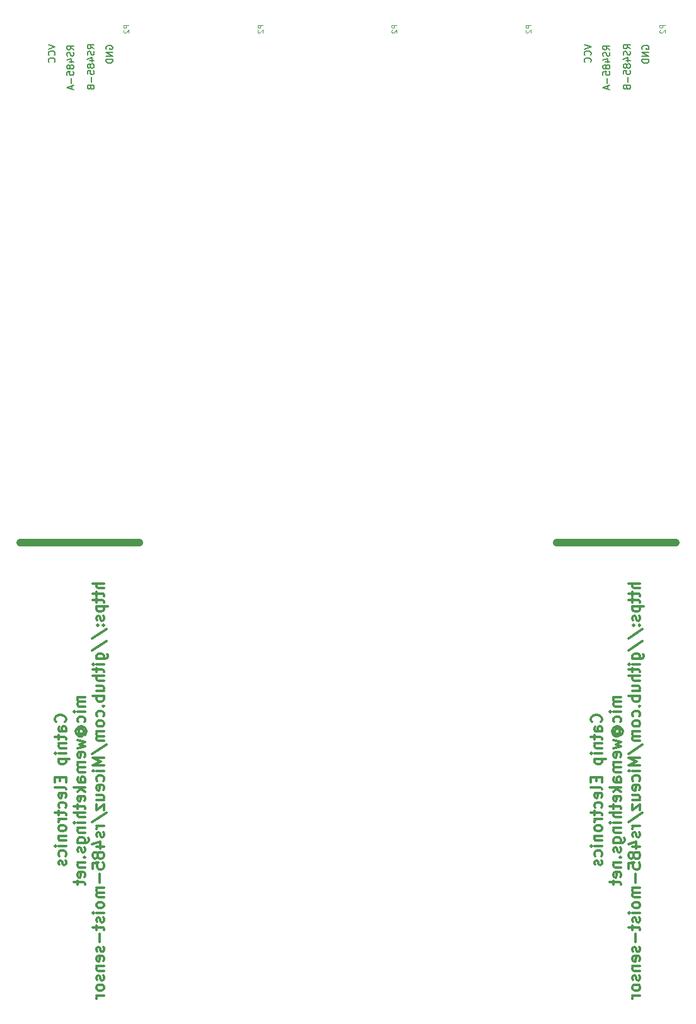
<source format=gbr>
G04 #@! TF.GenerationSoftware,KiCad,Pcbnew,no-vcs-found-50716c9~58~ubuntu16.04.1*
G04 #@! TF.CreationDate,2017-04-25T21:12:15+03:00*
G04 #@! TF.ProjectId,rs485-moist-sensor-pannel,72733438352D6D6F6973742D73656E73,rev?*
G04 #@! TF.FileFunction,Legend,Bot*
G04 #@! TF.FilePolarity,Positive*
%FSLAX46Y46*%
G04 Gerber Fmt 4.6, Leading zero omitted, Abs format (unit mm)*
G04 Created by KiCad (PCBNEW no-vcs-found-50716c9~58~ubuntu16.04.1) date Tue Apr 25 21:12:15 2017*
%MOMM*%
%LPD*%
G01*
G04 APERTURE LIST*
%ADD10C,0.100000*%
%ADD11C,0.200000*%
%ADD12C,0.300000*%
%ADD13C,1.000000*%
%ADD14C,0.110000*%
%ADD15C,2.500000*%
%ADD16R,1.727200X1.727200*%
%ADD17C,1.727200*%
%ADD18O,1.500000X2.500000*%
%ADD19R,1.500000X2.500000*%
G04 APERTURE END LIST*
D10*
D11*
X96907142Y-24755714D02*
X96478571Y-24455714D01*
X96907142Y-24241428D02*
X96007142Y-24241428D01*
X96007142Y-24584285D01*
X96050000Y-24670000D01*
X96092857Y-24712857D01*
X96178571Y-24755714D01*
X96307142Y-24755714D01*
X96392857Y-24712857D01*
X96435714Y-24670000D01*
X96478571Y-24584285D01*
X96478571Y-24241428D01*
X96864285Y-25098571D02*
X96907142Y-25227142D01*
X96907142Y-25441428D01*
X96864285Y-25527142D01*
X96821428Y-25570000D01*
X96735714Y-25612857D01*
X96650000Y-25612857D01*
X96564285Y-25570000D01*
X96521428Y-25527142D01*
X96478571Y-25441428D01*
X96435714Y-25270000D01*
X96392857Y-25184285D01*
X96350000Y-25141428D01*
X96264285Y-25098571D01*
X96178571Y-25098571D01*
X96092857Y-25141428D01*
X96050000Y-25184285D01*
X96007142Y-25270000D01*
X96007142Y-25484285D01*
X96050000Y-25612857D01*
X96307142Y-26384285D02*
X96907142Y-26384285D01*
X95964285Y-26170000D02*
X96607142Y-25955714D01*
X96607142Y-26512857D01*
X96392857Y-26984285D02*
X96350000Y-26898571D01*
X96307142Y-26855714D01*
X96221428Y-26812857D01*
X96178571Y-26812857D01*
X96092857Y-26855714D01*
X96050000Y-26898571D01*
X96007142Y-26984285D01*
X96007142Y-27155714D01*
X96050000Y-27241428D01*
X96092857Y-27284285D01*
X96178571Y-27327142D01*
X96221428Y-27327142D01*
X96307142Y-27284285D01*
X96350000Y-27241428D01*
X96392857Y-27155714D01*
X96392857Y-26984285D01*
X96435714Y-26898571D01*
X96478571Y-26855714D01*
X96564285Y-26812857D01*
X96735714Y-26812857D01*
X96821428Y-26855714D01*
X96864285Y-26898571D01*
X96907142Y-26984285D01*
X96907142Y-27155714D01*
X96864285Y-27241428D01*
X96821428Y-27284285D01*
X96735714Y-27327142D01*
X96564285Y-27327142D01*
X96478571Y-27284285D01*
X96435714Y-27241428D01*
X96392857Y-27155714D01*
X96007142Y-28141428D02*
X96007142Y-27712857D01*
X96435714Y-27670000D01*
X96392857Y-27712857D01*
X96350000Y-27798571D01*
X96350000Y-28012857D01*
X96392857Y-28098571D01*
X96435714Y-28141428D01*
X96521428Y-28184285D01*
X96735714Y-28184285D01*
X96821428Y-28141428D01*
X96864285Y-28098571D01*
X96907142Y-28012857D01*
X96907142Y-27798571D01*
X96864285Y-27712857D01*
X96821428Y-27670000D01*
X96564285Y-28570000D02*
X96564285Y-29255714D01*
X96435714Y-29984285D02*
X96478571Y-30112857D01*
X96521428Y-30155714D01*
X96607142Y-30198571D01*
X96735714Y-30198571D01*
X96821428Y-30155714D01*
X96864285Y-30112857D01*
X96907142Y-30027142D01*
X96907142Y-29684285D01*
X96007142Y-29684285D01*
X96007142Y-29984285D01*
X96050000Y-30070000D01*
X96092857Y-30112857D01*
X96178571Y-30155714D01*
X96264285Y-30155714D01*
X96350000Y-30112857D01*
X96392857Y-30070000D01*
X96435714Y-29984285D01*
X96435714Y-29684285D01*
D12*
X92985714Y-115107142D02*
X93057142Y-115035714D01*
X93128571Y-114821428D01*
X93128571Y-114678571D01*
X93057142Y-114464285D01*
X92914285Y-114321428D01*
X92771428Y-114250000D01*
X92485714Y-114178571D01*
X92271428Y-114178571D01*
X91985714Y-114250000D01*
X91842857Y-114321428D01*
X91700000Y-114464285D01*
X91628571Y-114678571D01*
X91628571Y-114821428D01*
X91700000Y-115035714D01*
X91771428Y-115107142D01*
X93128571Y-116392857D02*
X92342857Y-116392857D01*
X92200000Y-116321428D01*
X92128571Y-116178571D01*
X92128571Y-115892857D01*
X92200000Y-115750000D01*
X93057142Y-116392857D02*
X93128571Y-116250000D01*
X93128571Y-115892857D01*
X93057142Y-115750000D01*
X92914285Y-115678571D01*
X92771428Y-115678571D01*
X92628571Y-115750000D01*
X92557142Y-115892857D01*
X92557142Y-116250000D01*
X92485714Y-116392857D01*
X92128571Y-116892857D02*
X92128571Y-117464285D01*
X91628571Y-117107142D02*
X92914285Y-117107142D01*
X93057142Y-117178571D01*
X93128571Y-117321428D01*
X93128571Y-117464285D01*
X92128571Y-117964285D02*
X93128571Y-117964285D01*
X92271428Y-117964285D02*
X92200000Y-118035714D01*
X92128571Y-118178571D01*
X92128571Y-118392857D01*
X92200000Y-118535714D01*
X92342857Y-118607142D01*
X93128571Y-118607142D01*
X93128571Y-119321428D02*
X92128571Y-119321428D01*
X91628571Y-119321428D02*
X91700000Y-119250000D01*
X91771428Y-119321428D01*
X91700000Y-119392857D01*
X91628571Y-119321428D01*
X91771428Y-119321428D01*
X92128571Y-120035714D02*
X93628571Y-120035714D01*
X92200000Y-120035714D02*
X92128571Y-120178571D01*
X92128571Y-120464285D01*
X92200000Y-120607142D01*
X92271428Y-120678571D01*
X92414285Y-120750000D01*
X92842857Y-120750000D01*
X92985714Y-120678571D01*
X93057142Y-120607142D01*
X93128571Y-120464285D01*
X93128571Y-120178571D01*
X93057142Y-120035714D01*
X92342857Y-122535714D02*
X92342857Y-123035714D01*
X93128571Y-123250000D02*
X93128571Y-122535714D01*
X91628571Y-122535714D01*
X91628571Y-123250000D01*
X93128571Y-124107142D02*
X93057142Y-123964285D01*
X92914285Y-123892857D01*
X91628571Y-123892857D01*
X93057142Y-125250000D02*
X93128571Y-125107142D01*
X93128571Y-124821428D01*
X93057142Y-124678571D01*
X92914285Y-124607142D01*
X92342857Y-124607142D01*
X92200000Y-124678571D01*
X92128571Y-124821428D01*
X92128571Y-125107142D01*
X92200000Y-125250000D01*
X92342857Y-125321428D01*
X92485714Y-125321428D01*
X92628571Y-124607142D01*
X93057142Y-126607142D02*
X93128571Y-126464285D01*
X93128571Y-126178571D01*
X93057142Y-126035714D01*
X92985714Y-125964285D01*
X92842857Y-125892857D01*
X92414285Y-125892857D01*
X92271428Y-125964285D01*
X92200000Y-126035714D01*
X92128571Y-126178571D01*
X92128571Y-126464285D01*
X92200000Y-126607142D01*
X92128571Y-127035714D02*
X92128571Y-127607142D01*
X91628571Y-127250000D02*
X92914285Y-127250000D01*
X93057142Y-127321428D01*
X93128571Y-127464285D01*
X93128571Y-127607142D01*
X93128571Y-128107142D02*
X92128571Y-128107142D01*
X92414285Y-128107142D02*
X92271428Y-128178571D01*
X92200000Y-128250000D01*
X92128571Y-128392857D01*
X92128571Y-128535714D01*
X93128571Y-129250000D02*
X93057142Y-129107142D01*
X92985714Y-129035714D01*
X92842857Y-128964285D01*
X92414285Y-128964285D01*
X92271428Y-129035714D01*
X92200000Y-129107142D01*
X92128571Y-129250000D01*
X92128571Y-129464285D01*
X92200000Y-129607142D01*
X92271428Y-129678571D01*
X92414285Y-129750000D01*
X92842857Y-129750000D01*
X92985714Y-129678571D01*
X93057142Y-129607142D01*
X93128571Y-129464285D01*
X93128571Y-129250000D01*
X92128571Y-130392857D02*
X93128571Y-130392857D01*
X92271428Y-130392857D02*
X92200000Y-130464285D01*
X92128571Y-130607142D01*
X92128571Y-130821428D01*
X92200000Y-130964285D01*
X92342857Y-131035714D01*
X93128571Y-131035714D01*
X93128571Y-131750000D02*
X92128571Y-131750000D01*
X91628571Y-131750000D02*
X91700000Y-131678571D01*
X91771428Y-131750000D01*
X91700000Y-131821428D01*
X91628571Y-131750000D01*
X91771428Y-131750000D01*
X93057142Y-133107142D02*
X93128571Y-132964285D01*
X93128571Y-132678571D01*
X93057142Y-132535714D01*
X92985714Y-132464285D01*
X92842857Y-132392857D01*
X92414285Y-132392857D01*
X92271428Y-132464285D01*
X92200000Y-132535714D01*
X92128571Y-132678571D01*
X92128571Y-132964285D01*
X92200000Y-133107142D01*
X93057142Y-133678571D02*
X93128571Y-133821428D01*
X93128571Y-134107142D01*
X93057142Y-134250000D01*
X92914285Y-134321428D01*
X92842857Y-134321428D01*
X92700000Y-134250000D01*
X92628571Y-134107142D01*
X92628571Y-133892857D01*
X92557142Y-133750000D01*
X92414285Y-133678571D01*
X92342857Y-133678571D01*
X92200000Y-133750000D01*
X92128571Y-133892857D01*
X92128571Y-134107142D01*
X92200000Y-134250000D01*
X95678571Y-111750000D02*
X94678571Y-111750000D01*
X94821428Y-111750000D02*
X94750000Y-111821428D01*
X94678571Y-111964285D01*
X94678571Y-112178571D01*
X94750000Y-112321428D01*
X94892857Y-112392857D01*
X95678571Y-112392857D01*
X94892857Y-112392857D02*
X94750000Y-112464285D01*
X94678571Y-112607142D01*
X94678571Y-112821428D01*
X94750000Y-112964285D01*
X94892857Y-113035714D01*
X95678571Y-113035714D01*
X95678571Y-113750000D02*
X94678571Y-113750000D01*
X94178571Y-113750000D02*
X94250000Y-113678571D01*
X94321428Y-113750000D01*
X94250000Y-113821428D01*
X94178571Y-113750000D01*
X94321428Y-113750000D01*
X95607142Y-115107142D02*
X95678571Y-114964285D01*
X95678571Y-114678571D01*
X95607142Y-114535714D01*
X95535714Y-114464285D01*
X95392857Y-114392857D01*
X94964285Y-114392857D01*
X94821428Y-114464285D01*
X94750000Y-114535714D01*
X94678571Y-114678571D01*
X94678571Y-114964285D01*
X94750000Y-115107142D01*
X94964285Y-116678571D02*
X94892857Y-116607142D01*
X94821428Y-116464285D01*
X94821428Y-116321428D01*
X94892857Y-116178571D01*
X94964285Y-116107142D01*
X95107142Y-116035714D01*
X95250000Y-116035714D01*
X95392857Y-116107142D01*
X95464285Y-116178571D01*
X95535714Y-116321428D01*
X95535714Y-116464285D01*
X95464285Y-116607142D01*
X95392857Y-116678571D01*
X94821428Y-116678571D02*
X95392857Y-116678571D01*
X95464285Y-116750000D01*
X95464285Y-116821428D01*
X95392857Y-116964285D01*
X95250000Y-117035714D01*
X94892857Y-117035714D01*
X94678571Y-116892857D01*
X94535714Y-116678571D01*
X94464285Y-116392857D01*
X94535714Y-116107142D01*
X94678571Y-115892857D01*
X94892857Y-115750000D01*
X95178571Y-115678571D01*
X95464285Y-115750000D01*
X95678571Y-115892857D01*
X95821428Y-116107142D01*
X95892857Y-116392857D01*
X95821428Y-116678571D01*
X95678571Y-116892857D01*
X94678571Y-117535714D02*
X95678571Y-117821428D01*
X94964285Y-118107142D01*
X95678571Y-118392857D01*
X94678571Y-118678571D01*
X95607142Y-119821428D02*
X95678571Y-119678571D01*
X95678571Y-119392857D01*
X95607142Y-119250000D01*
X95464285Y-119178571D01*
X94892857Y-119178571D01*
X94750000Y-119250000D01*
X94678571Y-119392857D01*
X94678571Y-119678571D01*
X94750000Y-119821428D01*
X94892857Y-119892857D01*
X95035714Y-119892857D01*
X95178571Y-119178571D01*
X95678571Y-120535714D02*
X94678571Y-120535714D01*
X94821428Y-120535714D02*
X94750000Y-120607142D01*
X94678571Y-120750000D01*
X94678571Y-120964285D01*
X94750000Y-121107142D01*
X94892857Y-121178571D01*
X95678571Y-121178571D01*
X94892857Y-121178571D02*
X94750000Y-121250000D01*
X94678571Y-121392857D01*
X94678571Y-121607142D01*
X94750000Y-121750000D01*
X94892857Y-121821428D01*
X95678571Y-121821428D01*
X95678571Y-123178571D02*
X94892857Y-123178571D01*
X94750000Y-123107142D01*
X94678571Y-122964285D01*
X94678571Y-122678571D01*
X94750000Y-122535714D01*
X95607142Y-123178571D02*
X95678571Y-123035714D01*
X95678571Y-122678571D01*
X95607142Y-122535714D01*
X95464285Y-122464285D01*
X95321428Y-122464285D01*
X95178571Y-122535714D01*
X95107142Y-122678571D01*
X95107142Y-123035714D01*
X95035714Y-123178571D01*
X95678571Y-123892857D02*
X94178571Y-123892857D01*
X95107142Y-124035714D02*
X95678571Y-124464285D01*
X94678571Y-124464285D02*
X95250000Y-123892857D01*
X95607142Y-125678571D02*
X95678571Y-125535714D01*
X95678571Y-125250000D01*
X95607142Y-125107142D01*
X95464285Y-125035714D01*
X94892857Y-125035714D01*
X94750000Y-125107142D01*
X94678571Y-125250000D01*
X94678571Y-125535714D01*
X94750000Y-125678571D01*
X94892857Y-125750000D01*
X95035714Y-125750000D01*
X95178571Y-125035714D01*
X94678571Y-126178571D02*
X94678571Y-126750000D01*
X94178571Y-126392857D02*
X95464285Y-126392857D01*
X95607142Y-126464285D01*
X95678571Y-126607142D01*
X95678571Y-126750000D01*
X95678571Y-127250000D02*
X94178571Y-127250000D01*
X95678571Y-127892857D02*
X94892857Y-127892857D01*
X94750000Y-127821428D01*
X94678571Y-127678571D01*
X94678571Y-127464285D01*
X94750000Y-127321428D01*
X94821428Y-127250000D01*
X95678571Y-128607142D02*
X94678571Y-128607142D01*
X94178571Y-128607142D02*
X94250000Y-128535714D01*
X94321428Y-128607142D01*
X94250000Y-128678571D01*
X94178571Y-128607142D01*
X94321428Y-128607142D01*
X94678571Y-129321428D02*
X95678571Y-129321428D01*
X94821428Y-129321428D02*
X94750000Y-129392857D01*
X94678571Y-129535714D01*
X94678571Y-129750000D01*
X94750000Y-129892857D01*
X94892857Y-129964285D01*
X95678571Y-129964285D01*
X94678571Y-131321428D02*
X95892857Y-131321428D01*
X96035714Y-131250000D01*
X96107142Y-131178571D01*
X96178571Y-131035714D01*
X96178571Y-130821428D01*
X96107142Y-130678571D01*
X95607142Y-131321428D02*
X95678571Y-131178571D01*
X95678571Y-130892857D01*
X95607142Y-130750000D01*
X95535714Y-130678571D01*
X95392857Y-130607142D01*
X94964285Y-130607142D01*
X94821428Y-130678571D01*
X94750000Y-130750000D01*
X94678571Y-130892857D01*
X94678571Y-131178571D01*
X94750000Y-131321428D01*
X95607142Y-131964285D02*
X95678571Y-132107142D01*
X95678571Y-132392857D01*
X95607142Y-132535714D01*
X95464285Y-132607142D01*
X95392857Y-132607142D01*
X95250000Y-132535714D01*
X95178571Y-132392857D01*
X95178571Y-132178571D01*
X95107142Y-132035714D01*
X94964285Y-131964285D01*
X94892857Y-131964285D01*
X94750000Y-132035714D01*
X94678571Y-132178571D01*
X94678571Y-132392857D01*
X94750000Y-132535714D01*
X95535714Y-133250000D02*
X95607142Y-133321428D01*
X95678571Y-133250000D01*
X95607142Y-133178571D01*
X95535714Y-133250000D01*
X95678571Y-133250000D01*
X94678571Y-133964285D02*
X95678571Y-133964285D01*
X94821428Y-133964285D02*
X94750000Y-134035714D01*
X94678571Y-134178571D01*
X94678571Y-134392857D01*
X94750000Y-134535714D01*
X94892857Y-134607142D01*
X95678571Y-134607142D01*
X95607142Y-135892857D02*
X95678571Y-135750000D01*
X95678571Y-135464285D01*
X95607142Y-135321428D01*
X95464285Y-135250000D01*
X94892857Y-135250000D01*
X94750000Y-135321428D01*
X94678571Y-135464285D01*
X94678571Y-135750000D01*
X94750000Y-135892857D01*
X94892857Y-135964285D01*
X95035714Y-135964285D01*
X95178571Y-135250000D01*
X94678571Y-136392857D02*
X94678571Y-136964285D01*
X94178571Y-136607142D02*
X95464285Y-136607142D01*
X95607142Y-136678571D01*
X95678571Y-136821428D01*
X95678571Y-136964285D01*
X98228571Y-96500000D02*
X96728571Y-96500000D01*
X98228571Y-97142857D02*
X97442857Y-97142857D01*
X97300000Y-97071428D01*
X97228571Y-96928571D01*
X97228571Y-96714285D01*
X97300000Y-96571428D01*
X97371428Y-96500000D01*
X97228571Y-97642857D02*
X97228571Y-98214285D01*
X96728571Y-97857142D02*
X98014285Y-97857142D01*
X98157142Y-97928571D01*
X98228571Y-98071428D01*
X98228571Y-98214285D01*
X97228571Y-98500000D02*
X97228571Y-99071428D01*
X96728571Y-98714285D02*
X98014285Y-98714285D01*
X98157142Y-98785714D01*
X98228571Y-98928571D01*
X98228571Y-99071428D01*
X97228571Y-99571428D02*
X98728571Y-99571428D01*
X97300000Y-99571428D02*
X97228571Y-99714285D01*
X97228571Y-100000000D01*
X97300000Y-100142857D01*
X97371428Y-100214285D01*
X97514285Y-100285714D01*
X97942857Y-100285714D01*
X98085714Y-100214285D01*
X98157142Y-100142857D01*
X98228571Y-100000000D01*
X98228571Y-99714285D01*
X98157142Y-99571428D01*
X98157142Y-100857142D02*
X98228571Y-101000000D01*
X98228571Y-101285714D01*
X98157142Y-101428571D01*
X98014285Y-101500000D01*
X97942857Y-101500000D01*
X97800000Y-101428571D01*
X97728571Y-101285714D01*
X97728571Y-101071428D01*
X97657142Y-100928571D01*
X97514285Y-100857142D01*
X97442857Y-100857142D01*
X97300000Y-100928571D01*
X97228571Y-101071428D01*
X97228571Y-101285714D01*
X97300000Y-101428571D01*
X98085714Y-102142857D02*
X98157142Y-102214285D01*
X98228571Y-102142857D01*
X98157142Y-102071428D01*
X98085714Y-102142857D01*
X98228571Y-102142857D01*
X97300000Y-102142857D02*
X97371428Y-102214285D01*
X97442857Y-102142857D01*
X97371428Y-102071428D01*
X97300000Y-102142857D01*
X97442857Y-102142857D01*
X96657142Y-103928571D02*
X98585714Y-102642857D01*
X96657142Y-105500000D02*
X98585714Y-104214285D01*
X97228571Y-106642857D02*
X98442857Y-106642857D01*
X98585714Y-106571428D01*
X98657142Y-106500000D01*
X98728571Y-106357142D01*
X98728571Y-106142857D01*
X98657142Y-106000000D01*
X98157142Y-106642857D02*
X98228571Y-106500000D01*
X98228571Y-106214285D01*
X98157142Y-106071428D01*
X98085714Y-106000000D01*
X97942857Y-105928571D01*
X97514285Y-105928571D01*
X97371428Y-106000000D01*
X97300000Y-106071428D01*
X97228571Y-106214285D01*
X97228571Y-106500000D01*
X97300000Y-106642857D01*
X98228571Y-107357142D02*
X97228571Y-107357142D01*
X96728571Y-107357142D02*
X96800000Y-107285714D01*
X96871428Y-107357142D01*
X96800000Y-107428571D01*
X96728571Y-107357142D01*
X96871428Y-107357142D01*
X97228571Y-107857142D02*
X97228571Y-108428571D01*
X96728571Y-108071428D02*
X98014285Y-108071428D01*
X98157142Y-108142857D01*
X98228571Y-108285714D01*
X98228571Y-108428571D01*
X98228571Y-108928571D02*
X96728571Y-108928571D01*
X98228571Y-109571428D02*
X97442857Y-109571428D01*
X97300000Y-109500000D01*
X97228571Y-109357142D01*
X97228571Y-109142857D01*
X97300000Y-109000000D01*
X97371428Y-108928571D01*
X97228571Y-110928571D02*
X98228571Y-110928571D01*
X97228571Y-110285714D02*
X98014285Y-110285714D01*
X98157142Y-110357142D01*
X98228571Y-110500000D01*
X98228571Y-110714285D01*
X98157142Y-110857142D01*
X98085714Y-110928571D01*
X98228571Y-111642857D02*
X96728571Y-111642857D01*
X97300000Y-111642857D02*
X97228571Y-111785714D01*
X97228571Y-112071428D01*
X97300000Y-112214285D01*
X97371428Y-112285714D01*
X97514285Y-112357142D01*
X97942857Y-112357142D01*
X98085714Y-112285714D01*
X98157142Y-112214285D01*
X98228571Y-112071428D01*
X98228571Y-111785714D01*
X98157142Y-111642857D01*
X98085714Y-113000000D02*
X98157142Y-113071428D01*
X98228571Y-113000000D01*
X98157142Y-112928571D01*
X98085714Y-113000000D01*
X98228571Y-113000000D01*
X98157142Y-114357142D02*
X98228571Y-114214285D01*
X98228571Y-113928571D01*
X98157142Y-113785714D01*
X98085714Y-113714285D01*
X97942857Y-113642857D01*
X97514285Y-113642857D01*
X97371428Y-113714285D01*
X97300000Y-113785714D01*
X97228571Y-113928571D01*
X97228571Y-114214285D01*
X97300000Y-114357142D01*
X98228571Y-115214285D02*
X98157142Y-115071428D01*
X98085714Y-115000000D01*
X97942857Y-114928571D01*
X97514285Y-114928571D01*
X97371428Y-115000000D01*
X97300000Y-115071428D01*
X97228571Y-115214285D01*
X97228571Y-115428571D01*
X97300000Y-115571428D01*
X97371428Y-115642857D01*
X97514285Y-115714285D01*
X97942857Y-115714285D01*
X98085714Y-115642857D01*
X98157142Y-115571428D01*
X98228571Y-115428571D01*
X98228571Y-115214285D01*
X98228571Y-116357142D02*
X97228571Y-116357142D01*
X97371428Y-116357142D02*
X97300000Y-116428571D01*
X97228571Y-116571428D01*
X97228571Y-116785714D01*
X97300000Y-116928571D01*
X97442857Y-117000000D01*
X98228571Y-117000000D01*
X97442857Y-117000000D02*
X97300000Y-117071428D01*
X97228571Y-117214285D01*
X97228571Y-117428571D01*
X97300000Y-117571428D01*
X97442857Y-117642857D01*
X98228571Y-117642857D01*
X96657142Y-119428571D02*
X98585714Y-118142857D01*
X98228571Y-119928571D02*
X96728571Y-119928571D01*
X97800000Y-120428571D01*
X96728571Y-120928571D01*
X98228571Y-120928571D01*
X98228571Y-121642857D02*
X97228571Y-121642857D01*
X96728571Y-121642857D02*
X96800000Y-121571428D01*
X96871428Y-121642857D01*
X96800000Y-121714285D01*
X96728571Y-121642857D01*
X96871428Y-121642857D01*
X98157142Y-123000000D02*
X98228571Y-122857142D01*
X98228571Y-122571428D01*
X98157142Y-122428571D01*
X98085714Y-122357142D01*
X97942857Y-122285714D01*
X97514285Y-122285714D01*
X97371428Y-122357142D01*
X97300000Y-122428571D01*
X97228571Y-122571428D01*
X97228571Y-122857142D01*
X97300000Y-123000000D01*
X98157142Y-124214285D02*
X98228571Y-124071428D01*
X98228571Y-123785714D01*
X98157142Y-123642857D01*
X98014285Y-123571428D01*
X97442857Y-123571428D01*
X97300000Y-123642857D01*
X97228571Y-123785714D01*
X97228571Y-124071428D01*
X97300000Y-124214285D01*
X97442857Y-124285714D01*
X97585714Y-124285714D01*
X97728571Y-123571428D01*
X97228571Y-125571428D02*
X98228571Y-125571428D01*
X97228571Y-124928571D02*
X98014285Y-124928571D01*
X98157142Y-125000000D01*
X98228571Y-125142857D01*
X98228571Y-125357142D01*
X98157142Y-125500000D01*
X98085714Y-125571428D01*
X97228571Y-126142857D02*
X97228571Y-126928571D01*
X98228571Y-126142857D01*
X98228571Y-126928571D01*
X96657142Y-128571428D02*
X98585714Y-127285714D01*
X98228571Y-129071428D02*
X97228571Y-129071428D01*
X97514285Y-129071428D02*
X97371428Y-129142857D01*
X97300000Y-129214285D01*
X97228571Y-129357142D01*
X97228571Y-129500000D01*
X98157142Y-129928571D02*
X98228571Y-130071428D01*
X98228571Y-130357142D01*
X98157142Y-130500000D01*
X98014285Y-130571428D01*
X97942857Y-130571428D01*
X97800000Y-130500000D01*
X97728571Y-130357142D01*
X97728571Y-130142857D01*
X97657142Y-130000000D01*
X97514285Y-129928571D01*
X97442857Y-129928571D01*
X97300000Y-130000000D01*
X97228571Y-130142857D01*
X97228571Y-130357142D01*
X97300000Y-130500000D01*
X97228571Y-131857142D02*
X98228571Y-131857142D01*
X96657142Y-131500000D02*
X97728571Y-131142857D01*
X97728571Y-132071428D01*
X97371428Y-132857142D02*
X97300000Y-132714285D01*
X97228571Y-132642857D01*
X97085714Y-132571428D01*
X97014285Y-132571428D01*
X96871428Y-132642857D01*
X96800000Y-132714285D01*
X96728571Y-132857142D01*
X96728571Y-133142857D01*
X96800000Y-133285714D01*
X96871428Y-133357142D01*
X97014285Y-133428571D01*
X97085714Y-133428571D01*
X97228571Y-133357142D01*
X97300000Y-133285714D01*
X97371428Y-133142857D01*
X97371428Y-132857142D01*
X97442857Y-132714285D01*
X97514285Y-132642857D01*
X97657142Y-132571428D01*
X97942857Y-132571428D01*
X98085714Y-132642857D01*
X98157142Y-132714285D01*
X98228571Y-132857142D01*
X98228571Y-133142857D01*
X98157142Y-133285714D01*
X98085714Y-133357142D01*
X97942857Y-133428571D01*
X97657142Y-133428571D01*
X97514285Y-133357142D01*
X97442857Y-133285714D01*
X97371428Y-133142857D01*
X96728571Y-134785714D02*
X96728571Y-134071428D01*
X97442857Y-134000000D01*
X97371428Y-134071428D01*
X97300000Y-134214285D01*
X97300000Y-134571428D01*
X97371428Y-134714285D01*
X97442857Y-134785714D01*
X97585714Y-134857142D01*
X97942857Y-134857142D01*
X98085714Y-134785714D01*
X98157142Y-134714285D01*
X98228571Y-134571428D01*
X98228571Y-134214285D01*
X98157142Y-134071428D01*
X98085714Y-134000000D01*
X97657142Y-135500000D02*
X97657142Y-136642857D01*
X98228571Y-137357142D02*
X97228571Y-137357142D01*
X97371428Y-137357142D02*
X97300000Y-137428571D01*
X97228571Y-137571428D01*
X97228571Y-137785714D01*
X97300000Y-137928571D01*
X97442857Y-138000000D01*
X98228571Y-138000000D01*
X97442857Y-138000000D02*
X97300000Y-138071428D01*
X97228571Y-138214285D01*
X97228571Y-138428571D01*
X97300000Y-138571428D01*
X97442857Y-138642857D01*
X98228571Y-138642857D01*
X98228571Y-139571428D02*
X98157142Y-139428571D01*
X98085714Y-139357142D01*
X97942857Y-139285714D01*
X97514285Y-139285714D01*
X97371428Y-139357142D01*
X97300000Y-139428571D01*
X97228571Y-139571428D01*
X97228571Y-139785714D01*
X97300000Y-139928571D01*
X97371428Y-140000000D01*
X97514285Y-140071428D01*
X97942857Y-140071428D01*
X98085714Y-140000000D01*
X98157142Y-139928571D01*
X98228571Y-139785714D01*
X98228571Y-139571428D01*
X98228571Y-140714285D02*
X97228571Y-140714285D01*
X96728571Y-140714285D02*
X96800000Y-140642857D01*
X96871428Y-140714285D01*
X96800000Y-140785714D01*
X96728571Y-140714285D01*
X96871428Y-140714285D01*
X98157142Y-141357142D02*
X98228571Y-141500000D01*
X98228571Y-141785714D01*
X98157142Y-141928571D01*
X98014285Y-142000000D01*
X97942857Y-142000000D01*
X97800000Y-141928571D01*
X97728571Y-141785714D01*
X97728571Y-141571428D01*
X97657142Y-141428571D01*
X97514285Y-141357142D01*
X97442857Y-141357142D01*
X97300000Y-141428571D01*
X97228571Y-141571428D01*
X97228571Y-141785714D01*
X97300000Y-141928571D01*
X97228571Y-142428571D02*
X97228571Y-143000000D01*
X96728571Y-142642857D02*
X98014285Y-142642857D01*
X98157142Y-142714285D01*
X98228571Y-142857142D01*
X98228571Y-143000000D01*
X97657142Y-143500000D02*
X97657142Y-144642857D01*
X98157142Y-145285714D02*
X98228571Y-145428571D01*
X98228571Y-145714285D01*
X98157142Y-145857142D01*
X98014285Y-145928571D01*
X97942857Y-145928571D01*
X97800000Y-145857142D01*
X97728571Y-145714285D01*
X97728571Y-145500000D01*
X97657142Y-145357142D01*
X97514285Y-145285714D01*
X97442857Y-145285714D01*
X97300000Y-145357142D01*
X97228571Y-145500000D01*
X97228571Y-145714285D01*
X97300000Y-145857142D01*
X98157142Y-147142857D02*
X98228571Y-147000000D01*
X98228571Y-146714285D01*
X98157142Y-146571428D01*
X98014285Y-146500000D01*
X97442857Y-146500000D01*
X97300000Y-146571428D01*
X97228571Y-146714285D01*
X97228571Y-147000000D01*
X97300000Y-147142857D01*
X97442857Y-147214285D01*
X97585714Y-147214285D01*
X97728571Y-146500000D01*
X97228571Y-147857142D02*
X98228571Y-147857142D01*
X97371428Y-147857142D02*
X97300000Y-147928571D01*
X97228571Y-148071428D01*
X97228571Y-148285714D01*
X97300000Y-148428571D01*
X97442857Y-148500000D01*
X98228571Y-148500000D01*
X98157142Y-149142857D02*
X98228571Y-149285714D01*
X98228571Y-149571428D01*
X98157142Y-149714285D01*
X98014285Y-149785714D01*
X97942857Y-149785714D01*
X97800000Y-149714285D01*
X97728571Y-149571428D01*
X97728571Y-149357142D01*
X97657142Y-149214285D01*
X97514285Y-149142857D01*
X97442857Y-149142857D01*
X97300000Y-149214285D01*
X97228571Y-149357142D01*
X97228571Y-149571428D01*
X97300000Y-149714285D01*
X98228571Y-150642857D02*
X98157142Y-150500000D01*
X98085714Y-150428571D01*
X97942857Y-150357142D01*
X97514285Y-150357142D01*
X97371428Y-150428571D01*
X97300000Y-150500000D01*
X97228571Y-150642857D01*
X97228571Y-150857142D01*
X97300000Y-151000000D01*
X97371428Y-151071428D01*
X97514285Y-151142857D01*
X97942857Y-151142857D01*
X98085714Y-151071428D01*
X98157142Y-151000000D01*
X98228571Y-150857142D01*
X98228571Y-150642857D01*
X98228571Y-151785714D02*
X97228571Y-151785714D01*
X97514285Y-151785714D02*
X97371428Y-151857142D01*
X97300000Y-151928571D01*
X97228571Y-152071428D01*
X97228571Y-152214285D01*
D13*
X87000000Y-91000000D02*
X103000000Y-91000000D01*
D11*
X98550000Y-24815714D02*
X98507142Y-24730000D01*
X98507142Y-24601428D01*
X98550000Y-24472857D01*
X98635714Y-24387142D01*
X98721428Y-24344285D01*
X98892857Y-24301428D01*
X99021428Y-24301428D01*
X99192857Y-24344285D01*
X99278571Y-24387142D01*
X99364285Y-24472857D01*
X99407142Y-24601428D01*
X99407142Y-24687142D01*
X99364285Y-24815714D01*
X99321428Y-24858571D01*
X99021428Y-24858571D01*
X99021428Y-24687142D01*
X99407142Y-25244285D02*
X98507142Y-25244285D01*
X99407142Y-25758571D01*
X98507142Y-25758571D01*
X99407142Y-26187142D02*
X98507142Y-26187142D01*
X98507142Y-26401428D01*
X98550000Y-26530000D01*
X98635714Y-26615714D01*
X98721428Y-26658571D01*
X98892857Y-26701428D01*
X99021428Y-26701428D01*
X99192857Y-26658571D01*
X99278571Y-26615714D01*
X99364285Y-26530000D01*
X99407142Y-26401428D01*
X99407142Y-26187142D01*
X90757142Y-24215714D02*
X91657142Y-24515714D01*
X90757142Y-24815714D01*
X91571428Y-25630000D02*
X91614285Y-25587142D01*
X91657142Y-25458571D01*
X91657142Y-25372857D01*
X91614285Y-25244285D01*
X91528571Y-25158571D01*
X91442857Y-25115714D01*
X91271428Y-25072857D01*
X91142857Y-25072857D01*
X90971428Y-25115714D01*
X90885714Y-25158571D01*
X90800000Y-25244285D01*
X90757142Y-25372857D01*
X90757142Y-25458571D01*
X90800000Y-25587142D01*
X90842857Y-25630000D01*
X91571428Y-26530000D02*
X91614285Y-26487142D01*
X91657142Y-26358571D01*
X91657142Y-26272857D01*
X91614285Y-26144285D01*
X91528571Y-26058571D01*
X91442857Y-26015714D01*
X91271428Y-25972857D01*
X91142857Y-25972857D01*
X90971428Y-26015714D01*
X90885714Y-26058571D01*
X90800000Y-26144285D01*
X90757142Y-26272857D01*
X90757142Y-26358571D01*
X90800000Y-26487142D01*
X90842857Y-26530000D01*
X94157142Y-24884285D02*
X93728571Y-24584285D01*
X94157142Y-24370000D02*
X93257142Y-24370000D01*
X93257142Y-24712857D01*
X93300000Y-24798571D01*
X93342857Y-24841428D01*
X93428571Y-24884285D01*
X93557142Y-24884285D01*
X93642857Y-24841428D01*
X93685714Y-24798571D01*
X93728571Y-24712857D01*
X93728571Y-24370000D01*
X94114285Y-25227142D02*
X94157142Y-25355714D01*
X94157142Y-25570000D01*
X94114285Y-25655714D01*
X94071428Y-25698571D01*
X93985714Y-25741428D01*
X93900000Y-25741428D01*
X93814285Y-25698571D01*
X93771428Y-25655714D01*
X93728571Y-25570000D01*
X93685714Y-25398571D01*
X93642857Y-25312857D01*
X93600000Y-25270000D01*
X93514285Y-25227142D01*
X93428571Y-25227142D01*
X93342857Y-25270000D01*
X93300000Y-25312857D01*
X93257142Y-25398571D01*
X93257142Y-25612857D01*
X93300000Y-25741428D01*
X93557142Y-26512857D02*
X94157142Y-26512857D01*
X93214285Y-26298571D02*
X93857142Y-26084285D01*
X93857142Y-26641428D01*
X93642857Y-27112857D02*
X93600000Y-27027142D01*
X93557142Y-26984285D01*
X93471428Y-26941428D01*
X93428571Y-26941428D01*
X93342857Y-26984285D01*
X93300000Y-27027142D01*
X93257142Y-27112857D01*
X93257142Y-27284285D01*
X93300000Y-27370000D01*
X93342857Y-27412857D01*
X93428571Y-27455714D01*
X93471428Y-27455714D01*
X93557142Y-27412857D01*
X93600000Y-27370000D01*
X93642857Y-27284285D01*
X93642857Y-27112857D01*
X93685714Y-27027142D01*
X93728571Y-26984285D01*
X93814285Y-26941428D01*
X93985714Y-26941428D01*
X94071428Y-26984285D01*
X94114285Y-27027142D01*
X94157142Y-27112857D01*
X94157142Y-27284285D01*
X94114285Y-27370000D01*
X94071428Y-27412857D01*
X93985714Y-27455714D01*
X93814285Y-27455714D01*
X93728571Y-27412857D01*
X93685714Y-27370000D01*
X93642857Y-27284285D01*
X93257142Y-28270000D02*
X93257142Y-27841428D01*
X93685714Y-27798571D01*
X93642857Y-27841428D01*
X93600000Y-27927142D01*
X93600000Y-28141428D01*
X93642857Y-28227142D01*
X93685714Y-28270000D01*
X93771428Y-28312857D01*
X93985714Y-28312857D01*
X94071428Y-28270000D01*
X94114285Y-28227142D01*
X94157142Y-28141428D01*
X94157142Y-27927142D01*
X94114285Y-27841428D01*
X94071428Y-27798571D01*
X93814285Y-28698571D02*
X93814285Y-29384285D01*
X93900000Y-29770000D02*
X93900000Y-30198571D01*
X94157142Y-29684285D02*
X93257142Y-29984285D01*
X94157142Y-30284285D01*
X168907142Y-24755714D02*
X168478571Y-24455714D01*
X168907142Y-24241428D02*
X168007142Y-24241428D01*
X168007142Y-24584285D01*
X168050000Y-24670000D01*
X168092857Y-24712857D01*
X168178571Y-24755714D01*
X168307142Y-24755714D01*
X168392857Y-24712857D01*
X168435714Y-24670000D01*
X168478571Y-24584285D01*
X168478571Y-24241428D01*
X168864285Y-25098571D02*
X168907142Y-25227142D01*
X168907142Y-25441428D01*
X168864285Y-25527142D01*
X168821428Y-25570000D01*
X168735714Y-25612857D01*
X168650000Y-25612857D01*
X168564285Y-25570000D01*
X168521428Y-25527142D01*
X168478571Y-25441428D01*
X168435714Y-25270000D01*
X168392857Y-25184285D01*
X168350000Y-25141428D01*
X168264285Y-25098571D01*
X168178571Y-25098571D01*
X168092857Y-25141428D01*
X168050000Y-25184285D01*
X168007142Y-25270000D01*
X168007142Y-25484285D01*
X168050000Y-25612857D01*
X168307142Y-26384285D02*
X168907142Y-26384285D01*
X167964285Y-26170000D02*
X168607142Y-25955714D01*
X168607142Y-26512857D01*
X168392857Y-26984285D02*
X168350000Y-26898571D01*
X168307142Y-26855714D01*
X168221428Y-26812857D01*
X168178571Y-26812857D01*
X168092857Y-26855714D01*
X168050000Y-26898571D01*
X168007142Y-26984285D01*
X168007142Y-27155714D01*
X168050000Y-27241428D01*
X168092857Y-27284285D01*
X168178571Y-27327142D01*
X168221428Y-27327142D01*
X168307142Y-27284285D01*
X168350000Y-27241428D01*
X168392857Y-27155714D01*
X168392857Y-26984285D01*
X168435714Y-26898571D01*
X168478571Y-26855714D01*
X168564285Y-26812857D01*
X168735714Y-26812857D01*
X168821428Y-26855714D01*
X168864285Y-26898571D01*
X168907142Y-26984285D01*
X168907142Y-27155714D01*
X168864285Y-27241428D01*
X168821428Y-27284285D01*
X168735714Y-27327142D01*
X168564285Y-27327142D01*
X168478571Y-27284285D01*
X168435714Y-27241428D01*
X168392857Y-27155714D01*
X168007142Y-28141428D02*
X168007142Y-27712857D01*
X168435714Y-27670000D01*
X168392857Y-27712857D01*
X168350000Y-27798571D01*
X168350000Y-28012857D01*
X168392857Y-28098571D01*
X168435714Y-28141428D01*
X168521428Y-28184285D01*
X168735714Y-28184285D01*
X168821428Y-28141428D01*
X168864285Y-28098571D01*
X168907142Y-28012857D01*
X168907142Y-27798571D01*
X168864285Y-27712857D01*
X168821428Y-27670000D01*
X168564285Y-28570000D02*
X168564285Y-29255714D01*
X168435714Y-29984285D02*
X168478571Y-30112857D01*
X168521428Y-30155714D01*
X168607142Y-30198571D01*
X168735714Y-30198571D01*
X168821428Y-30155714D01*
X168864285Y-30112857D01*
X168907142Y-30027142D01*
X168907142Y-29684285D01*
X168007142Y-29684285D01*
X168007142Y-29984285D01*
X168050000Y-30070000D01*
X168092857Y-30112857D01*
X168178571Y-30155714D01*
X168264285Y-30155714D01*
X168350000Y-30112857D01*
X168392857Y-30070000D01*
X168435714Y-29984285D01*
X168435714Y-29684285D01*
D12*
X164985714Y-115107142D02*
X165057142Y-115035714D01*
X165128571Y-114821428D01*
X165128571Y-114678571D01*
X165057142Y-114464285D01*
X164914285Y-114321428D01*
X164771428Y-114250000D01*
X164485714Y-114178571D01*
X164271428Y-114178571D01*
X163985714Y-114250000D01*
X163842857Y-114321428D01*
X163700000Y-114464285D01*
X163628571Y-114678571D01*
X163628571Y-114821428D01*
X163700000Y-115035714D01*
X163771428Y-115107142D01*
X165128571Y-116392857D02*
X164342857Y-116392857D01*
X164200000Y-116321428D01*
X164128571Y-116178571D01*
X164128571Y-115892857D01*
X164200000Y-115750000D01*
X165057142Y-116392857D02*
X165128571Y-116250000D01*
X165128571Y-115892857D01*
X165057142Y-115750000D01*
X164914285Y-115678571D01*
X164771428Y-115678571D01*
X164628571Y-115750000D01*
X164557142Y-115892857D01*
X164557142Y-116250000D01*
X164485714Y-116392857D01*
X164128571Y-116892857D02*
X164128571Y-117464285D01*
X163628571Y-117107142D02*
X164914285Y-117107142D01*
X165057142Y-117178571D01*
X165128571Y-117321428D01*
X165128571Y-117464285D01*
X164128571Y-117964285D02*
X165128571Y-117964285D01*
X164271428Y-117964285D02*
X164200000Y-118035714D01*
X164128571Y-118178571D01*
X164128571Y-118392857D01*
X164200000Y-118535714D01*
X164342857Y-118607142D01*
X165128571Y-118607142D01*
X165128571Y-119321428D02*
X164128571Y-119321428D01*
X163628571Y-119321428D02*
X163700000Y-119250000D01*
X163771428Y-119321428D01*
X163700000Y-119392857D01*
X163628571Y-119321428D01*
X163771428Y-119321428D01*
X164128571Y-120035714D02*
X165628571Y-120035714D01*
X164200000Y-120035714D02*
X164128571Y-120178571D01*
X164128571Y-120464285D01*
X164200000Y-120607142D01*
X164271428Y-120678571D01*
X164414285Y-120750000D01*
X164842857Y-120750000D01*
X164985714Y-120678571D01*
X165057142Y-120607142D01*
X165128571Y-120464285D01*
X165128571Y-120178571D01*
X165057142Y-120035714D01*
X164342857Y-122535714D02*
X164342857Y-123035714D01*
X165128571Y-123250000D02*
X165128571Y-122535714D01*
X163628571Y-122535714D01*
X163628571Y-123250000D01*
X165128571Y-124107142D02*
X165057142Y-123964285D01*
X164914285Y-123892857D01*
X163628571Y-123892857D01*
X165057142Y-125250000D02*
X165128571Y-125107142D01*
X165128571Y-124821428D01*
X165057142Y-124678571D01*
X164914285Y-124607142D01*
X164342857Y-124607142D01*
X164200000Y-124678571D01*
X164128571Y-124821428D01*
X164128571Y-125107142D01*
X164200000Y-125250000D01*
X164342857Y-125321428D01*
X164485714Y-125321428D01*
X164628571Y-124607142D01*
X165057142Y-126607142D02*
X165128571Y-126464285D01*
X165128571Y-126178571D01*
X165057142Y-126035714D01*
X164985714Y-125964285D01*
X164842857Y-125892857D01*
X164414285Y-125892857D01*
X164271428Y-125964285D01*
X164200000Y-126035714D01*
X164128571Y-126178571D01*
X164128571Y-126464285D01*
X164200000Y-126607142D01*
X164128571Y-127035714D02*
X164128571Y-127607142D01*
X163628571Y-127250000D02*
X164914285Y-127250000D01*
X165057142Y-127321428D01*
X165128571Y-127464285D01*
X165128571Y-127607142D01*
X165128571Y-128107142D02*
X164128571Y-128107142D01*
X164414285Y-128107142D02*
X164271428Y-128178571D01*
X164200000Y-128250000D01*
X164128571Y-128392857D01*
X164128571Y-128535714D01*
X165128571Y-129250000D02*
X165057142Y-129107142D01*
X164985714Y-129035714D01*
X164842857Y-128964285D01*
X164414285Y-128964285D01*
X164271428Y-129035714D01*
X164200000Y-129107142D01*
X164128571Y-129250000D01*
X164128571Y-129464285D01*
X164200000Y-129607142D01*
X164271428Y-129678571D01*
X164414285Y-129750000D01*
X164842857Y-129750000D01*
X164985714Y-129678571D01*
X165057142Y-129607142D01*
X165128571Y-129464285D01*
X165128571Y-129250000D01*
X164128571Y-130392857D02*
X165128571Y-130392857D01*
X164271428Y-130392857D02*
X164200000Y-130464285D01*
X164128571Y-130607142D01*
X164128571Y-130821428D01*
X164200000Y-130964285D01*
X164342857Y-131035714D01*
X165128571Y-131035714D01*
X165128571Y-131750000D02*
X164128571Y-131750000D01*
X163628571Y-131750000D02*
X163700000Y-131678571D01*
X163771428Y-131750000D01*
X163700000Y-131821428D01*
X163628571Y-131750000D01*
X163771428Y-131750000D01*
X165057142Y-133107142D02*
X165128571Y-132964285D01*
X165128571Y-132678571D01*
X165057142Y-132535714D01*
X164985714Y-132464285D01*
X164842857Y-132392857D01*
X164414285Y-132392857D01*
X164271428Y-132464285D01*
X164200000Y-132535714D01*
X164128571Y-132678571D01*
X164128571Y-132964285D01*
X164200000Y-133107142D01*
X165057142Y-133678571D02*
X165128571Y-133821428D01*
X165128571Y-134107142D01*
X165057142Y-134250000D01*
X164914285Y-134321428D01*
X164842857Y-134321428D01*
X164700000Y-134250000D01*
X164628571Y-134107142D01*
X164628571Y-133892857D01*
X164557142Y-133750000D01*
X164414285Y-133678571D01*
X164342857Y-133678571D01*
X164200000Y-133750000D01*
X164128571Y-133892857D01*
X164128571Y-134107142D01*
X164200000Y-134250000D01*
X167678571Y-111750000D02*
X166678571Y-111750000D01*
X166821428Y-111750000D02*
X166750000Y-111821428D01*
X166678571Y-111964285D01*
X166678571Y-112178571D01*
X166750000Y-112321428D01*
X166892857Y-112392857D01*
X167678571Y-112392857D01*
X166892857Y-112392857D02*
X166750000Y-112464285D01*
X166678571Y-112607142D01*
X166678571Y-112821428D01*
X166750000Y-112964285D01*
X166892857Y-113035714D01*
X167678571Y-113035714D01*
X167678571Y-113750000D02*
X166678571Y-113750000D01*
X166178571Y-113750000D02*
X166250000Y-113678571D01*
X166321428Y-113750000D01*
X166250000Y-113821428D01*
X166178571Y-113750000D01*
X166321428Y-113750000D01*
X167607142Y-115107142D02*
X167678571Y-114964285D01*
X167678571Y-114678571D01*
X167607142Y-114535714D01*
X167535714Y-114464285D01*
X167392857Y-114392857D01*
X166964285Y-114392857D01*
X166821428Y-114464285D01*
X166750000Y-114535714D01*
X166678571Y-114678571D01*
X166678571Y-114964285D01*
X166750000Y-115107142D01*
X166964285Y-116678571D02*
X166892857Y-116607142D01*
X166821428Y-116464285D01*
X166821428Y-116321428D01*
X166892857Y-116178571D01*
X166964285Y-116107142D01*
X167107142Y-116035714D01*
X167250000Y-116035714D01*
X167392857Y-116107142D01*
X167464285Y-116178571D01*
X167535714Y-116321428D01*
X167535714Y-116464285D01*
X167464285Y-116607142D01*
X167392857Y-116678571D01*
X166821428Y-116678571D02*
X167392857Y-116678571D01*
X167464285Y-116750000D01*
X167464285Y-116821428D01*
X167392857Y-116964285D01*
X167250000Y-117035714D01*
X166892857Y-117035714D01*
X166678571Y-116892857D01*
X166535714Y-116678571D01*
X166464285Y-116392857D01*
X166535714Y-116107142D01*
X166678571Y-115892857D01*
X166892857Y-115750000D01*
X167178571Y-115678571D01*
X167464285Y-115750000D01*
X167678571Y-115892857D01*
X167821428Y-116107142D01*
X167892857Y-116392857D01*
X167821428Y-116678571D01*
X167678571Y-116892857D01*
X166678571Y-117535714D02*
X167678571Y-117821428D01*
X166964285Y-118107142D01*
X167678571Y-118392857D01*
X166678571Y-118678571D01*
X167607142Y-119821428D02*
X167678571Y-119678571D01*
X167678571Y-119392857D01*
X167607142Y-119250000D01*
X167464285Y-119178571D01*
X166892857Y-119178571D01*
X166750000Y-119250000D01*
X166678571Y-119392857D01*
X166678571Y-119678571D01*
X166750000Y-119821428D01*
X166892857Y-119892857D01*
X167035714Y-119892857D01*
X167178571Y-119178571D01*
X167678571Y-120535714D02*
X166678571Y-120535714D01*
X166821428Y-120535714D02*
X166750000Y-120607142D01*
X166678571Y-120750000D01*
X166678571Y-120964285D01*
X166750000Y-121107142D01*
X166892857Y-121178571D01*
X167678571Y-121178571D01*
X166892857Y-121178571D02*
X166750000Y-121250000D01*
X166678571Y-121392857D01*
X166678571Y-121607142D01*
X166750000Y-121750000D01*
X166892857Y-121821428D01*
X167678571Y-121821428D01*
X167678571Y-123178571D02*
X166892857Y-123178571D01*
X166750000Y-123107142D01*
X166678571Y-122964285D01*
X166678571Y-122678571D01*
X166750000Y-122535714D01*
X167607142Y-123178571D02*
X167678571Y-123035714D01*
X167678571Y-122678571D01*
X167607142Y-122535714D01*
X167464285Y-122464285D01*
X167321428Y-122464285D01*
X167178571Y-122535714D01*
X167107142Y-122678571D01*
X167107142Y-123035714D01*
X167035714Y-123178571D01*
X167678571Y-123892857D02*
X166178571Y-123892857D01*
X167107142Y-124035714D02*
X167678571Y-124464285D01*
X166678571Y-124464285D02*
X167250000Y-123892857D01*
X167607142Y-125678571D02*
X167678571Y-125535714D01*
X167678571Y-125250000D01*
X167607142Y-125107142D01*
X167464285Y-125035714D01*
X166892857Y-125035714D01*
X166750000Y-125107142D01*
X166678571Y-125250000D01*
X166678571Y-125535714D01*
X166750000Y-125678571D01*
X166892857Y-125750000D01*
X167035714Y-125750000D01*
X167178571Y-125035714D01*
X166678571Y-126178571D02*
X166678571Y-126750000D01*
X166178571Y-126392857D02*
X167464285Y-126392857D01*
X167607142Y-126464285D01*
X167678571Y-126607142D01*
X167678571Y-126750000D01*
X167678571Y-127250000D02*
X166178571Y-127250000D01*
X167678571Y-127892857D02*
X166892857Y-127892857D01*
X166750000Y-127821428D01*
X166678571Y-127678571D01*
X166678571Y-127464285D01*
X166750000Y-127321428D01*
X166821428Y-127250000D01*
X167678571Y-128607142D02*
X166678571Y-128607142D01*
X166178571Y-128607142D02*
X166250000Y-128535714D01*
X166321428Y-128607142D01*
X166250000Y-128678571D01*
X166178571Y-128607142D01*
X166321428Y-128607142D01*
X166678571Y-129321428D02*
X167678571Y-129321428D01*
X166821428Y-129321428D02*
X166750000Y-129392857D01*
X166678571Y-129535714D01*
X166678571Y-129750000D01*
X166750000Y-129892857D01*
X166892857Y-129964285D01*
X167678571Y-129964285D01*
X166678571Y-131321428D02*
X167892857Y-131321428D01*
X168035714Y-131250000D01*
X168107142Y-131178571D01*
X168178571Y-131035714D01*
X168178571Y-130821428D01*
X168107142Y-130678571D01*
X167607142Y-131321428D02*
X167678571Y-131178571D01*
X167678571Y-130892857D01*
X167607142Y-130750000D01*
X167535714Y-130678571D01*
X167392857Y-130607142D01*
X166964285Y-130607142D01*
X166821428Y-130678571D01*
X166750000Y-130750000D01*
X166678571Y-130892857D01*
X166678571Y-131178571D01*
X166750000Y-131321428D01*
X167607142Y-131964285D02*
X167678571Y-132107142D01*
X167678571Y-132392857D01*
X167607142Y-132535714D01*
X167464285Y-132607142D01*
X167392857Y-132607142D01*
X167250000Y-132535714D01*
X167178571Y-132392857D01*
X167178571Y-132178571D01*
X167107142Y-132035714D01*
X166964285Y-131964285D01*
X166892857Y-131964285D01*
X166750000Y-132035714D01*
X166678571Y-132178571D01*
X166678571Y-132392857D01*
X166750000Y-132535714D01*
X167535714Y-133250000D02*
X167607142Y-133321428D01*
X167678571Y-133250000D01*
X167607142Y-133178571D01*
X167535714Y-133250000D01*
X167678571Y-133250000D01*
X166678571Y-133964285D02*
X167678571Y-133964285D01*
X166821428Y-133964285D02*
X166750000Y-134035714D01*
X166678571Y-134178571D01*
X166678571Y-134392857D01*
X166750000Y-134535714D01*
X166892857Y-134607142D01*
X167678571Y-134607142D01*
X167607142Y-135892857D02*
X167678571Y-135750000D01*
X167678571Y-135464285D01*
X167607142Y-135321428D01*
X167464285Y-135250000D01*
X166892857Y-135250000D01*
X166750000Y-135321428D01*
X166678571Y-135464285D01*
X166678571Y-135750000D01*
X166750000Y-135892857D01*
X166892857Y-135964285D01*
X167035714Y-135964285D01*
X167178571Y-135250000D01*
X166678571Y-136392857D02*
X166678571Y-136964285D01*
X166178571Y-136607142D02*
X167464285Y-136607142D01*
X167607142Y-136678571D01*
X167678571Y-136821428D01*
X167678571Y-136964285D01*
X170228571Y-96500000D02*
X168728571Y-96500000D01*
X170228571Y-97142857D02*
X169442857Y-97142857D01*
X169300000Y-97071428D01*
X169228571Y-96928571D01*
X169228571Y-96714285D01*
X169300000Y-96571428D01*
X169371428Y-96500000D01*
X169228571Y-97642857D02*
X169228571Y-98214285D01*
X168728571Y-97857142D02*
X170014285Y-97857142D01*
X170157142Y-97928571D01*
X170228571Y-98071428D01*
X170228571Y-98214285D01*
X169228571Y-98500000D02*
X169228571Y-99071428D01*
X168728571Y-98714285D02*
X170014285Y-98714285D01*
X170157142Y-98785714D01*
X170228571Y-98928571D01*
X170228571Y-99071428D01*
X169228571Y-99571428D02*
X170728571Y-99571428D01*
X169300000Y-99571428D02*
X169228571Y-99714285D01*
X169228571Y-100000000D01*
X169300000Y-100142857D01*
X169371428Y-100214285D01*
X169514285Y-100285714D01*
X169942857Y-100285714D01*
X170085714Y-100214285D01*
X170157142Y-100142857D01*
X170228571Y-100000000D01*
X170228571Y-99714285D01*
X170157142Y-99571428D01*
X170157142Y-100857142D02*
X170228571Y-101000000D01*
X170228571Y-101285714D01*
X170157142Y-101428571D01*
X170014285Y-101500000D01*
X169942857Y-101500000D01*
X169800000Y-101428571D01*
X169728571Y-101285714D01*
X169728571Y-101071428D01*
X169657142Y-100928571D01*
X169514285Y-100857142D01*
X169442857Y-100857142D01*
X169300000Y-100928571D01*
X169228571Y-101071428D01*
X169228571Y-101285714D01*
X169300000Y-101428571D01*
X170085714Y-102142857D02*
X170157142Y-102214285D01*
X170228571Y-102142857D01*
X170157142Y-102071428D01*
X170085714Y-102142857D01*
X170228571Y-102142857D01*
X169300000Y-102142857D02*
X169371428Y-102214285D01*
X169442857Y-102142857D01*
X169371428Y-102071428D01*
X169300000Y-102142857D01*
X169442857Y-102142857D01*
X168657142Y-103928571D02*
X170585714Y-102642857D01*
X168657142Y-105500000D02*
X170585714Y-104214285D01*
X169228571Y-106642857D02*
X170442857Y-106642857D01*
X170585714Y-106571428D01*
X170657142Y-106500000D01*
X170728571Y-106357142D01*
X170728571Y-106142857D01*
X170657142Y-106000000D01*
X170157142Y-106642857D02*
X170228571Y-106500000D01*
X170228571Y-106214285D01*
X170157142Y-106071428D01*
X170085714Y-106000000D01*
X169942857Y-105928571D01*
X169514285Y-105928571D01*
X169371428Y-106000000D01*
X169300000Y-106071428D01*
X169228571Y-106214285D01*
X169228571Y-106500000D01*
X169300000Y-106642857D01*
X170228571Y-107357142D02*
X169228571Y-107357142D01*
X168728571Y-107357142D02*
X168800000Y-107285714D01*
X168871428Y-107357142D01*
X168800000Y-107428571D01*
X168728571Y-107357142D01*
X168871428Y-107357142D01*
X169228571Y-107857142D02*
X169228571Y-108428571D01*
X168728571Y-108071428D02*
X170014285Y-108071428D01*
X170157142Y-108142857D01*
X170228571Y-108285714D01*
X170228571Y-108428571D01*
X170228571Y-108928571D02*
X168728571Y-108928571D01*
X170228571Y-109571428D02*
X169442857Y-109571428D01*
X169300000Y-109500000D01*
X169228571Y-109357142D01*
X169228571Y-109142857D01*
X169300000Y-109000000D01*
X169371428Y-108928571D01*
X169228571Y-110928571D02*
X170228571Y-110928571D01*
X169228571Y-110285714D02*
X170014285Y-110285714D01*
X170157142Y-110357142D01*
X170228571Y-110500000D01*
X170228571Y-110714285D01*
X170157142Y-110857142D01*
X170085714Y-110928571D01*
X170228571Y-111642857D02*
X168728571Y-111642857D01*
X169300000Y-111642857D02*
X169228571Y-111785714D01*
X169228571Y-112071428D01*
X169300000Y-112214285D01*
X169371428Y-112285714D01*
X169514285Y-112357142D01*
X169942857Y-112357142D01*
X170085714Y-112285714D01*
X170157142Y-112214285D01*
X170228571Y-112071428D01*
X170228571Y-111785714D01*
X170157142Y-111642857D01*
X170085714Y-113000000D02*
X170157142Y-113071428D01*
X170228571Y-113000000D01*
X170157142Y-112928571D01*
X170085714Y-113000000D01*
X170228571Y-113000000D01*
X170157142Y-114357142D02*
X170228571Y-114214285D01*
X170228571Y-113928571D01*
X170157142Y-113785714D01*
X170085714Y-113714285D01*
X169942857Y-113642857D01*
X169514285Y-113642857D01*
X169371428Y-113714285D01*
X169300000Y-113785714D01*
X169228571Y-113928571D01*
X169228571Y-114214285D01*
X169300000Y-114357142D01*
X170228571Y-115214285D02*
X170157142Y-115071428D01*
X170085714Y-115000000D01*
X169942857Y-114928571D01*
X169514285Y-114928571D01*
X169371428Y-115000000D01*
X169300000Y-115071428D01*
X169228571Y-115214285D01*
X169228571Y-115428571D01*
X169300000Y-115571428D01*
X169371428Y-115642857D01*
X169514285Y-115714285D01*
X169942857Y-115714285D01*
X170085714Y-115642857D01*
X170157142Y-115571428D01*
X170228571Y-115428571D01*
X170228571Y-115214285D01*
X170228571Y-116357142D02*
X169228571Y-116357142D01*
X169371428Y-116357142D02*
X169300000Y-116428571D01*
X169228571Y-116571428D01*
X169228571Y-116785714D01*
X169300000Y-116928571D01*
X169442857Y-117000000D01*
X170228571Y-117000000D01*
X169442857Y-117000000D02*
X169300000Y-117071428D01*
X169228571Y-117214285D01*
X169228571Y-117428571D01*
X169300000Y-117571428D01*
X169442857Y-117642857D01*
X170228571Y-117642857D01*
X168657142Y-119428571D02*
X170585714Y-118142857D01*
X170228571Y-119928571D02*
X168728571Y-119928571D01*
X169800000Y-120428571D01*
X168728571Y-120928571D01*
X170228571Y-120928571D01*
X170228571Y-121642857D02*
X169228571Y-121642857D01*
X168728571Y-121642857D02*
X168800000Y-121571428D01*
X168871428Y-121642857D01*
X168800000Y-121714285D01*
X168728571Y-121642857D01*
X168871428Y-121642857D01*
X170157142Y-123000000D02*
X170228571Y-122857142D01*
X170228571Y-122571428D01*
X170157142Y-122428571D01*
X170085714Y-122357142D01*
X169942857Y-122285714D01*
X169514285Y-122285714D01*
X169371428Y-122357142D01*
X169300000Y-122428571D01*
X169228571Y-122571428D01*
X169228571Y-122857142D01*
X169300000Y-123000000D01*
X170157142Y-124214285D02*
X170228571Y-124071428D01*
X170228571Y-123785714D01*
X170157142Y-123642857D01*
X170014285Y-123571428D01*
X169442857Y-123571428D01*
X169300000Y-123642857D01*
X169228571Y-123785714D01*
X169228571Y-124071428D01*
X169300000Y-124214285D01*
X169442857Y-124285714D01*
X169585714Y-124285714D01*
X169728571Y-123571428D01*
X169228571Y-125571428D02*
X170228571Y-125571428D01*
X169228571Y-124928571D02*
X170014285Y-124928571D01*
X170157142Y-125000000D01*
X170228571Y-125142857D01*
X170228571Y-125357142D01*
X170157142Y-125500000D01*
X170085714Y-125571428D01*
X169228571Y-126142857D02*
X169228571Y-126928571D01*
X170228571Y-126142857D01*
X170228571Y-126928571D01*
X168657142Y-128571428D02*
X170585714Y-127285714D01*
X170228571Y-129071428D02*
X169228571Y-129071428D01*
X169514285Y-129071428D02*
X169371428Y-129142857D01*
X169300000Y-129214285D01*
X169228571Y-129357142D01*
X169228571Y-129500000D01*
X170157142Y-129928571D02*
X170228571Y-130071428D01*
X170228571Y-130357142D01*
X170157142Y-130500000D01*
X170014285Y-130571428D01*
X169942857Y-130571428D01*
X169800000Y-130500000D01*
X169728571Y-130357142D01*
X169728571Y-130142857D01*
X169657142Y-130000000D01*
X169514285Y-129928571D01*
X169442857Y-129928571D01*
X169300000Y-130000000D01*
X169228571Y-130142857D01*
X169228571Y-130357142D01*
X169300000Y-130500000D01*
X169228571Y-131857142D02*
X170228571Y-131857142D01*
X168657142Y-131500000D02*
X169728571Y-131142857D01*
X169728571Y-132071428D01*
X169371428Y-132857142D02*
X169300000Y-132714285D01*
X169228571Y-132642857D01*
X169085714Y-132571428D01*
X169014285Y-132571428D01*
X168871428Y-132642857D01*
X168800000Y-132714285D01*
X168728571Y-132857142D01*
X168728571Y-133142857D01*
X168800000Y-133285714D01*
X168871428Y-133357142D01*
X169014285Y-133428571D01*
X169085714Y-133428571D01*
X169228571Y-133357142D01*
X169300000Y-133285714D01*
X169371428Y-133142857D01*
X169371428Y-132857142D01*
X169442857Y-132714285D01*
X169514285Y-132642857D01*
X169657142Y-132571428D01*
X169942857Y-132571428D01*
X170085714Y-132642857D01*
X170157142Y-132714285D01*
X170228571Y-132857142D01*
X170228571Y-133142857D01*
X170157142Y-133285714D01*
X170085714Y-133357142D01*
X169942857Y-133428571D01*
X169657142Y-133428571D01*
X169514285Y-133357142D01*
X169442857Y-133285714D01*
X169371428Y-133142857D01*
X168728571Y-134785714D02*
X168728571Y-134071428D01*
X169442857Y-134000000D01*
X169371428Y-134071428D01*
X169300000Y-134214285D01*
X169300000Y-134571428D01*
X169371428Y-134714285D01*
X169442857Y-134785714D01*
X169585714Y-134857142D01*
X169942857Y-134857142D01*
X170085714Y-134785714D01*
X170157142Y-134714285D01*
X170228571Y-134571428D01*
X170228571Y-134214285D01*
X170157142Y-134071428D01*
X170085714Y-134000000D01*
X169657142Y-135500000D02*
X169657142Y-136642857D01*
X170228571Y-137357142D02*
X169228571Y-137357142D01*
X169371428Y-137357142D02*
X169300000Y-137428571D01*
X169228571Y-137571428D01*
X169228571Y-137785714D01*
X169300000Y-137928571D01*
X169442857Y-138000000D01*
X170228571Y-138000000D01*
X169442857Y-138000000D02*
X169300000Y-138071428D01*
X169228571Y-138214285D01*
X169228571Y-138428571D01*
X169300000Y-138571428D01*
X169442857Y-138642857D01*
X170228571Y-138642857D01*
X170228571Y-139571428D02*
X170157142Y-139428571D01*
X170085714Y-139357142D01*
X169942857Y-139285714D01*
X169514285Y-139285714D01*
X169371428Y-139357142D01*
X169300000Y-139428571D01*
X169228571Y-139571428D01*
X169228571Y-139785714D01*
X169300000Y-139928571D01*
X169371428Y-140000000D01*
X169514285Y-140071428D01*
X169942857Y-140071428D01*
X170085714Y-140000000D01*
X170157142Y-139928571D01*
X170228571Y-139785714D01*
X170228571Y-139571428D01*
X170228571Y-140714285D02*
X169228571Y-140714285D01*
X168728571Y-140714285D02*
X168800000Y-140642857D01*
X168871428Y-140714285D01*
X168800000Y-140785714D01*
X168728571Y-140714285D01*
X168871428Y-140714285D01*
X170157142Y-141357142D02*
X170228571Y-141500000D01*
X170228571Y-141785714D01*
X170157142Y-141928571D01*
X170014285Y-142000000D01*
X169942857Y-142000000D01*
X169800000Y-141928571D01*
X169728571Y-141785714D01*
X169728571Y-141571428D01*
X169657142Y-141428571D01*
X169514285Y-141357142D01*
X169442857Y-141357142D01*
X169300000Y-141428571D01*
X169228571Y-141571428D01*
X169228571Y-141785714D01*
X169300000Y-141928571D01*
X169228571Y-142428571D02*
X169228571Y-143000000D01*
X168728571Y-142642857D02*
X170014285Y-142642857D01*
X170157142Y-142714285D01*
X170228571Y-142857142D01*
X170228571Y-143000000D01*
X169657142Y-143500000D02*
X169657142Y-144642857D01*
X170157142Y-145285714D02*
X170228571Y-145428571D01*
X170228571Y-145714285D01*
X170157142Y-145857142D01*
X170014285Y-145928571D01*
X169942857Y-145928571D01*
X169800000Y-145857142D01*
X169728571Y-145714285D01*
X169728571Y-145500000D01*
X169657142Y-145357142D01*
X169514285Y-145285714D01*
X169442857Y-145285714D01*
X169300000Y-145357142D01*
X169228571Y-145500000D01*
X169228571Y-145714285D01*
X169300000Y-145857142D01*
X170157142Y-147142857D02*
X170228571Y-147000000D01*
X170228571Y-146714285D01*
X170157142Y-146571428D01*
X170014285Y-146500000D01*
X169442857Y-146500000D01*
X169300000Y-146571428D01*
X169228571Y-146714285D01*
X169228571Y-147000000D01*
X169300000Y-147142857D01*
X169442857Y-147214285D01*
X169585714Y-147214285D01*
X169728571Y-146500000D01*
X169228571Y-147857142D02*
X170228571Y-147857142D01*
X169371428Y-147857142D02*
X169300000Y-147928571D01*
X169228571Y-148071428D01*
X169228571Y-148285714D01*
X169300000Y-148428571D01*
X169442857Y-148500000D01*
X170228571Y-148500000D01*
X170157142Y-149142857D02*
X170228571Y-149285714D01*
X170228571Y-149571428D01*
X170157142Y-149714285D01*
X170014285Y-149785714D01*
X169942857Y-149785714D01*
X169800000Y-149714285D01*
X169728571Y-149571428D01*
X169728571Y-149357142D01*
X169657142Y-149214285D01*
X169514285Y-149142857D01*
X169442857Y-149142857D01*
X169300000Y-149214285D01*
X169228571Y-149357142D01*
X169228571Y-149571428D01*
X169300000Y-149714285D01*
X170228571Y-150642857D02*
X170157142Y-150500000D01*
X170085714Y-150428571D01*
X169942857Y-150357142D01*
X169514285Y-150357142D01*
X169371428Y-150428571D01*
X169300000Y-150500000D01*
X169228571Y-150642857D01*
X169228571Y-150857142D01*
X169300000Y-151000000D01*
X169371428Y-151071428D01*
X169514285Y-151142857D01*
X169942857Y-151142857D01*
X170085714Y-151071428D01*
X170157142Y-151000000D01*
X170228571Y-150857142D01*
X170228571Y-150642857D01*
X170228571Y-151785714D02*
X169228571Y-151785714D01*
X169514285Y-151785714D02*
X169371428Y-151857142D01*
X169300000Y-151928571D01*
X169228571Y-152071428D01*
X169228571Y-152214285D01*
D13*
X159000000Y-91000000D02*
X175000000Y-91000000D01*
D11*
X170550000Y-24815714D02*
X170507142Y-24730000D01*
X170507142Y-24601428D01*
X170550000Y-24472857D01*
X170635714Y-24387142D01*
X170721428Y-24344285D01*
X170892857Y-24301428D01*
X171021428Y-24301428D01*
X171192857Y-24344285D01*
X171278571Y-24387142D01*
X171364285Y-24472857D01*
X171407142Y-24601428D01*
X171407142Y-24687142D01*
X171364285Y-24815714D01*
X171321428Y-24858571D01*
X171021428Y-24858571D01*
X171021428Y-24687142D01*
X171407142Y-25244285D02*
X170507142Y-25244285D01*
X171407142Y-25758571D01*
X170507142Y-25758571D01*
X171407142Y-26187142D02*
X170507142Y-26187142D01*
X170507142Y-26401428D01*
X170550000Y-26530000D01*
X170635714Y-26615714D01*
X170721428Y-26658571D01*
X170892857Y-26701428D01*
X171021428Y-26701428D01*
X171192857Y-26658571D01*
X171278571Y-26615714D01*
X171364285Y-26530000D01*
X171407142Y-26401428D01*
X171407142Y-26187142D01*
X162757142Y-24215714D02*
X163657142Y-24515714D01*
X162757142Y-24815714D01*
X163571428Y-25630000D02*
X163614285Y-25587142D01*
X163657142Y-25458571D01*
X163657142Y-25372857D01*
X163614285Y-25244285D01*
X163528571Y-25158571D01*
X163442857Y-25115714D01*
X163271428Y-25072857D01*
X163142857Y-25072857D01*
X162971428Y-25115714D01*
X162885714Y-25158571D01*
X162800000Y-25244285D01*
X162757142Y-25372857D01*
X162757142Y-25458571D01*
X162800000Y-25587142D01*
X162842857Y-25630000D01*
X163571428Y-26530000D02*
X163614285Y-26487142D01*
X163657142Y-26358571D01*
X163657142Y-26272857D01*
X163614285Y-26144285D01*
X163528571Y-26058571D01*
X163442857Y-26015714D01*
X163271428Y-25972857D01*
X163142857Y-25972857D01*
X162971428Y-26015714D01*
X162885714Y-26058571D01*
X162800000Y-26144285D01*
X162757142Y-26272857D01*
X162757142Y-26358571D01*
X162800000Y-26487142D01*
X162842857Y-26530000D01*
X166157142Y-24884285D02*
X165728571Y-24584285D01*
X166157142Y-24370000D02*
X165257142Y-24370000D01*
X165257142Y-24712857D01*
X165300000Y-24798571D01*
X165342857Y-24841428D01*
X165428571Y-24884285D01*
X165557142Y-24884285D01*
X165642857Y-24841428D01*
X165685714Y-24798571D01*
X165728571Y-24712857D01*
X165728571Y-24370000D01*
X166114285Y-25227142D02*
X166157142Y-25355714D01*
X166157142Y-25570000D01*
X166114285Y-25655714D01*
X166071428Y-25698571D01*
X165985714Y-25741428D01*
X165900000Y-25741428D01*
X165814285Y-25698571D01*
X165771428Y-25655714D01*
X165728571Y-25570000D01*
X165685714Y-25398571D01*
X165642857Y-25312857D01*
X165600000Y-25270000D01*
X165514285Y-25227142D01*
X165428571Y-25227142D01*
X165342857Y-25270000D01*
X165300000Y-25312857D01*
X165257142Y-25398571D01*
X165257142Y-25612857D01*
X165300000Y-25741428D01*
X165557142Y-26512857D02*
X166157142Y-26512857D01*
X165214285Y-26298571D02*
X165857142Y-26084285D01*
X165857142Y-26641428D01*
X165642857Y-27112857D02*
X165600000Y-27027142D01*
X165557142Y-26984285D01*
X165471428Y-26941428D01*
X165428571Y-26941428D01*
X165342857Y-26984285D01*
X165300000Y-27027142D01*
X165257142Y-27112857D01*
X165257142Y-27284285D01*
X165300000Y-27370000D01*
X165342857Y-27412857D01*
X165428571Y-27455714D01*
X165471428Y-27455714D01*
X165557142Y-27412857D01*
X165600000Y-27370000D01*
X165642857Y-27284285D01*
X165642857Y-27112857D01*
X165685714Y-27027142D01*
X165728571Y-26984285D01*
X165814285Y-26941428D01*
X165985714Y-26941428D01*
X166071428Y-26984285D01*
X166114285Y-27027142D01*
X166157142Y-27112857D01*
X166157142Y-27284285D01*
X166114285Y-27370000D01*
X166071428Y-27412857D01*
X165985714Y-27455714D01*
X165814285Y-27455714D01*
X165728571Y-27412857D01*
X165685714Y-27370000D01*
X165642857Y-27284285D01*
X165257142Y-28270000D02*
X165257142Y-27841428D01*
X165685714Y-27798571D01*
X165642857Y-27841428D01*
X165600000Y-27927142D01*
X165600000Y-28141428D01*
X165642857Y-28227142D01*
X165685714Y-28270000D01*
X165771428Y-28312857D01*
X165985714Y-28312857D01*
X166071428Y-28270000D01*
X166114285Y-28227142D01*
X166157142Y-28141428D01*
X166157142Y-27927142D01*
X166114285Y-27841428D01*
X166071428Y-27798571D01*
X165814285Y-28698571D02*
X165814285Y-29384285D01*
X165900000Y-29770000D02*
X165900000Y-30198571D01*
X166157142Y-29684285D02*
X165257142Y-29984285D01*
X166157142Y-30284285D01*
D14*
X155566666Y-21573333D02*
X154866666Y-21573333D01*
X154866666Y-21840000D01*
X154900000Y-21906666D01*
X154933333Y-21940000D01*
X155000000Y-21973333D01*
X155100000Y-21973333D01*
X155166666Y-21940000D01*
X155200000Y-21906666D01*
X155233333Y-21840000D01*
X155233333Y-21573333D01*
X154933333Y-22240000D02*
X154900000Y-22273333D01*
X154866666Y-22340000D01*
X154866666Y-22506666D01*
X154900000Y-22573333D01*
X154933333Y-22606666D01*
X155000000Y-22640000D01*
X155066666Y-22640000D01*
X155166666Y-22606666D01*
X155566666Y-22206666D01*
X155566666Y-22640000D01*
X137566666Y-21573333D02*
X136866666Y-21573333D01*
X136866666Y-21840000D01*
X136900000Y-21906666D01*
X136933333Y-21940000D01*
X137000000Y-21973333D01*
X137100000Y-21973333D01*
X137166666Y-21940000D01*
X137200000Y-21906666D01*
X137233333Y-21840000D01*
X137233333Y-21573333D01*
X136933333Y-22240000D02*
X136900000Y-22273333D01*
X136866666Y-22340000D01*
X136866666Y-22506666D01*
X136900000Y-22573333D01*
X136933333Y-22606666D01*
X137000000Y-22640000D01*
X137066666Y-22640000D01*
X137166666Y-22606666D01*
X137566666Y-22206666D01*
X137566666Y-22640000D01*
X119566666Y-21573333D02*
X118866666Y-21573333D01*
X118866666Y-21840000D01*
X118900000Y-21906666D01*
X118933333Y-21940000D01*
X119000000Y-21973333D01*
X119100000Y-21973333D01*
X119166666Y-21940000D01*
X119200000Y-21906666D01*
X119233333Y-21840000D01*
X119233333Y-21573333D01*
X118933333Y-22240000D02*
X118900000Y-22273333D01*
X118866666Y-22340000D01*
X118866666Y-22506666D01*
X118900000Y-22573333D01*
X118933333Y-22606666D01*
X119000000Y-22640000D01*
X119066666Y-22640000D01*
X119166666Y-22606666D01*
X119566666Y-22206666D01*
X119566666Y-22640000D01*
X101566666Y-21573333D02*
X100866666Y-21573333D01*
X100866666Y-21840000D01*
X100900000Y-21906666D01*
X100933333Y-21940000D01*
X101000000Y-21973333D01*
X101100000Y-21973333D01*
X101166666Y-21940000D01*
X101200000Y-21906666D01*
X101233333Y-21840000D01*
X101233333Y-21573333D01*
X100933333Y-22240000D02*
X100900000Y-22273333D01*
X100866666Y-22340000D01*
X100866666Y-22506666D01*
X100900000Y-22573333D01*
X100933333Y-22606666D01*
X101000000Y-22640000D01*
X101066666Y-22640000D01*
X101166666Y-22606666D01*
X101566666Y-22206666D01*
X101566666Y-22640000D01*
X173566666Y-21573333D02*
X172866666Y-21573333D01*
X172866666Y-21840000D01*
X172900000Y-21906666D01*
X172933333Y-21940000D01*
X173000000Y-21973333D01*
X173100000Y-21973333D01*
X173166666Y-21940000D01*
X173200000Y-21906666D01*
X173233333Y-21840000D01*
X173233333Y-21573333D01*
X172933333Y-22240000D02*
X172900000Y-22273333D01*
X172866666Y-22340000D01*
X172866666Y-22506666D01*
X172900000Y-22573333D01*
X172933333Y-22606666D01*
X173000000Y-22640000D01*
X173066666Y-22640000D01*
X173166666Y-22606666D01*
X173566666Y-22206666D01*
X173566666Y-22640000D01*
%LPC*%
D15*
X178500000Y-143000000D03*
X83500000Y-28000000D03*
D16*
X154540000Y-44270000D03*
D17*
X154540000Y-41730000D03*
X152000000Y-44270000D03*
X152000000Y-41730000D03*
X149460000Y-44270000D03*
X149460000Y-41730000D03*
D18*
X152870000Y-21920000D03*
X150330000Y-21920000D03*
X147790000Y-21920000D03*
D19*
X145250000Y-21920000D03*
D17*
X131460000Y-41730000D03*
X131460000Y-44270000D03*
X134000000Y-41730000D03*
X134000000Y-44270000D03*
X136540000Y-41730000D03*
D16*
X136540000Y-44270000D03*
D19*
X127250000Y-21920000D03*
D18*
X129790000Y-21920000D03*
X132330000Y-21920000D03*
X134870000Y-21920000D03*
D17*
X113460000Y-41730000D03*
X113460000Y-44270000D03*
X116000000Y-41730000D03*
X116000000Y-44270000D03*
X118540000Y-41730000D03*
D16*
X118540000Y-44270000D03*
D19*
X109250000Y-21920000D03*
D18*
X111790000Y-21920000D03*
X114330000Y-21920000D03*
X116870000Y-21920000D03*
D16*
X100540000Y-44270000D03*
D17*
X100540000Y-41730000D03*
X98000000Y-44270000D03*
X98000000Y-41730000D03*
X95460000Y-44270000D03*
X95460000Y-41730000D03*
D18*
X98870000Y-21920000D03*
X96330000Y-21920000D03*
X93790000Y-21920000D03*
D19*
X91250000Y-21920000D03*
D16*
X172540000Y-44270000D03*
D17*
X172540000Y-41730000D03*
X170000000Y-44270000D03*
X170000000Y-41730000D03*
X167460000Y-44270000D03*
X167460000Y-41730000D03*
D18*
X170870000Y-21920000D03*
X168330000Y-21920000D03*
X165790000Y-21920000D03*
D19*
X163250000Y-21920000D03*
M02*

</source>
